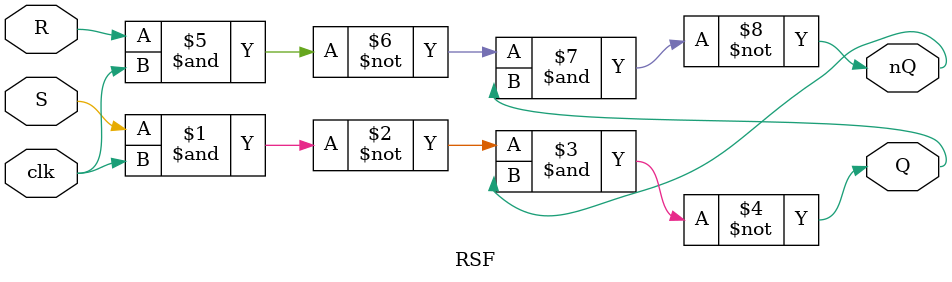
<source format=v>
`timescale 1ns / 1ps


module RSF(
    input R,S, clk,
    output Q, nQ
    );
    
    assign Q = ~((~(S&clk))&nQ);
    assign nQ = ~((~(R&clk))&Q);
       
endmodule

</source>
